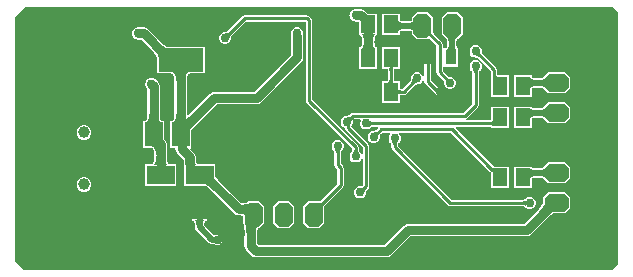
<source format=gbl>
G04*
G04 #@! TF.GenerationSoftware,Altium Limited,Altium Designer,24.3.1 (35)*
G04*
G04 Layer_Physical_Order=2*
G04 Layer_Color=16711680*
%FSLAX44Y44*%
%MOMM*%
G71*
G04*
G04 #@! TF.SameCoordinates,268BF101-0F90-4EF0-BC03-07382AAEC2E5*
G04*
G04*
G04 #@! TF.FilePolarity,Positive*
G04*
G01*
G75*
%ADD16C,0.2540*%
%ADD18R,1.3000X1.6000*%
%ADD20R,0.9500X1.3000*%
%ADD44C,0.5080*%
%ADD45C,0.7620*%
G04:AMPARAMS|DCode=48|XSize=2.032mm|YSize=1.524mm|CornerRadius=0mm|HoleSize=0mm|Usage=FLASHONLY|Rotation=90.000|XOffset=0mm|YOffset=0mm|HoleType=Round|Shape=Octagon|*
%AMOCTAGOND48*
4,1,8,0.3810,1.0160,-0.3810,1.0160,-0.7620,0.6350,-0.7620,-0.6350,-0.3810,-1.0160,0.3810,-1.0160,0.7620,-0.6350,0.7620,0.6350,0.3810,1.0160,0.0*
%
%ADD48OCTAGOND48*%

G04:AMPARAMS|DCode=49|XSize=2.032mm|YSize=1.524mm|CornerRadius=0mm|HoleSize=0mm|Usage=FLASHONLY|Rotation=180.000|XOffset=0mm|YOffset=0mm|HoleType=Round|Shape=Octagon|*
%AMOCTAGOND49*
4,1,8,-1.0160,0.3810,-1.0160,-0.3810,-0.6350,-0.7620,0.6350,-0.7620,1.0160,-0.3810,1.0160,0.3810,0.6350,0.7620,-0.6350,0.7620,-1.0160,0.3810,0.0*
%
%ADD49OCTAGOND49*%

%ADD50C,1.0000*%
%ADD51C,0.7620*%
%ADD52R,1.4986X2.0066*%
%ADD53R,3.8100X2.0066*%
%ADD54R,2.4000X1.6000*%
G36*
X1037540Y896817D02*
Y683063D01*
X1032707Y678230D01*
X534473D01*
X527100Y685603D01*
Y893007D01*
X535743Y901650D01*
X1032707D01*
X1037540Y896817D01*
D02*
G37*
%LPC*%
G36*
X901725Y896620D02*
X892835D01*
X888390Y892175D01*
Y878205D01*
X892446Y874149D01*
X892512Y873930D01*
X892662Y873185D01*
X892851Y871165D01*
X892874Y870035D01*
X892852Y869179D01*
X892784Y868406D01*
X892676Y867758D01*
X892538Y867241D01*
X892383Y866860D01*
X892232Y866611D01*
X892104Y866473D01*
X892000Y866403D01*
X891882Y866361D01*
X891561Y866326D01*
X891496Y866290D01*
X890320D01*
X890280Y866290D01*
X889050Y866386D01*
Y869950D01*
X888853Y870941D01*
X888291Y871781D01*
X882246Y877826D01*
X882197Y877953D01*
X881759Y878407D01*
X881409Y878804D01*
X881128Y879160D01*
X880917Y879467D01*
X880776Y879717D01*
X880770Y879730D01*
Y880796D01*
X880778Y880844D01*
X880770Y880855D01*
Y892175D01*
X876325Y896620D01*
X867435D01*
X862990Y892175D01*
Y890481D01*
X862954Y890415D01*
X862920Y890094D01*
X862879Y889978D01*
X862810Y889875D01*
X862672Y889748D01*
X862424Y889597D01*
X862043Y889442D01*
X861526Y889304D01*
X860878Y889196D01*
X860103Y889128D01*
X859175Y889104D01*
X859108Y889075D01*
X856812D01*
X856745Y889104D01*
X855817Y889128D01*
X855042Y889196D01*
X854394Y889304D01*
X853877Y889442D01*
X853496Y889597D01*
X853248Y889748D01*
X853110Y889875D01*
X853041Y889978D01*
X853000Y890094D01*
X852966Y890415D01*
X852930Y890481D01*
Y895730D01*
X837390D01*
Y877190D01*
X852930D01*
Y879899D01*
X852966Y879965D01*
X853000Y880286D01*
X853041Y880402D01*
X853110Y880505D01*
X853248Y880632D01*
X853496Y880783D01*
X853877Y880938D01*
X854394Y881076D01*
X855042Y881184D01*
X855817Y881252D01*
X856745Y881276D01*
X856812Y881305D01*
X859108D01*
X859175Y881276D01*
X860103Y881252D01*
X860878Y881184D01*
X861526Y881076D01*
X862043Y880938D01*
X862424Y880783D01*
X862672Y880632D01*
X862810Y880505D01*
X862879Y880402D01*
X862920Y880286D01*
X862954Y879965D01*
X862990Y879899D01*
Y878205D01*
X867435Y873760D01*
X876325D01*
X877555Y874990D01*
X877799Y874811D01*
X878097Y874557D01*
X878461Y874209D01*
X878587Y874161D01*
X883870Y868877D01*
Y845820D01*
X884067Y844829D01*
X884629Y843989D01*
X890389Y838228D01*
X890270Y837941D01*
Y835919D01*
X891043Y834052D01*
X892472Y832623D01*
X894340Y831850D01*
X896360D01*
X898228Y832623D01*
X899657Y834052D01*
X900430Y835919D01*
Y837941D01*
X899657Y839808D01*
X898228Y841237D01*
X896360Y842010D01*
X894340D01*
X894052Y841891D01*
X889050Y846893D01*
Y850654D01*
X890280Y850750D01*
X890320Y850750D01*
X902320D01*
Y864681D01*
X902377Y864775D01*
X902350Y864887D01*
X902394Y864994D01*
X902320Y865171D01*
Y866290D01*
X901328D01*
X901234Y866347D01*
X901216Y866350D01*
X901168Y866427D01*
X901057Y866700D01*
X900943Y867121D01*
X900847Y867657D01*
X900721Y869173D01*
X900706Y870018D01*
X900729Y871080D01*
X900799Y872037D01*
X900910Y872844D01*
X901057Y873494D01*
X901149Y873760D01*
X901725D01*
X906170Y878205D01*
Y892175D01*
X901725Y896620D01*
D02*
G37*
G36*
X820040Y899259D02*
X815340D01*
X814840Y899160D01*
X814330D01*
X813858Y898965D01*
X813358Y898865D01*
X812934Y898582D01*
X812462Y898387D01*
X812102Y898026D01*
X811677Y897742D01*
X811394Y897318D01*
X811033Y896958D01*
X810838Y896486D01*
X810555Y896062D01*
X810455Y895562D01*
X810260Y895090D01*
Y894580D01*
X810161Y894080D01*
X810260Y893580D01*
Y893070D01*
X810455Y892598D01*
X810555Y892098D01*
X810838Y891674D01*
X811033Y891202D01*
X811394Y890842D01*
X811677Y890417D01*
X812102Y890134D01*
X812462Y889773D01*
X812934Y889578D01*
X813358Y889295D01*
X813858Y889195D01*
X814330Y889000D01*
X814840D01*
X815340Y888901D01*
X817895D01*
X818390Y888405D01*
Y878793D01*
X818331Y878696D01*
X818357Y878590D01*
X818316Y878491D01*
X818390Y878311D01*
Y877190D01*
X819388D01*
X819485Y877131D01*
X819772Y877088D01*
X819846Y877051D01*
X819981Y876922D01*
X820174Y876623D01*
X820387Y876125D01*
X820585Y875431D01*
X820747Y874569D01*
X820950Y872246D01*
X820951Y872172D01*
X820949Y872082D01*
X820874Y870853D01*
X820751Y869795D01*
X820585Y868914D01*
X820387Y868220D01*
X820174Y867722D01*
X819981Y867423D01*
X819846Y867294D01*
X819772Y867257D01*
X819485Y867214D01*
X819388Y867155D01*
X818390D01*
Y866034D01*
X818316Y865854D01*
X818357Y865755D01*
X818331Y865649D01*
X818390Y865552D01*
Y848615D01*
X833930D01*
Y865552D01*
X833989Y865649D01*
X833963Y865755D01*
X834004Y865854D01*
X833930Y866034D01*
Y867155D01*
X832932D01*
X832834Y867214D01*
X832547Y867257D01*
X832474Y867294D01*
X832339Y867423D01*
X832145Y867722D01*
X831933Y868220D01*
X831735Y868914D01*
X831573Y869776D01*
X831370Y872099D01*
X831369Y872172D01*
X831370Y872263D01*
X831446Y873492D01*
X831569Y874550D01*
X831735Y875431D01*
X831933Y876125D01*
X832145Y876623D01*
X832339Y876922D01*
X832474Y877051D01*
X832547Y877088D01*
X832834Y877131D01*
X832932Y877190D01*
X833930D01*
Y878311D01*
X834004Y878491D01*
X833963Y878590D01*
X833989Y878696D01*
X833930Y878793D01*
Y895730D01*
X825715D01*
X823702Y897742D01*
X822022Y898865D01*
X820040Y899259D01*
D02*
G37*
G36*
X992505Y845820D02*
X978535D01*
X974090Y841375D01*
Y841218D01*
X974043Y841203D01*
X973357Y841057D01*
X971442Y840868D01*
X970282Y840844D01*
X970214Y840815D01*
X968572D01*
X968506Y840844D01*
X967577Y840868D01*
X966802Y840936D01*
X966154Y841044D01*
X965637Y841182D01*
X965257Y841337D01*
X965008Y841488D01*
X964871Y841615D01*
X964801Y841718D01*
X964760Y841834D01*
X964726Y842155D01*
X964690Y842221D01*
Y843660D01*
X949150D01*
Y825120D01*
X964690D01*
Y831639D01*
X964726Y831705D01*
X964760Y832026D01*
X964801Y832142D01*
X964871Y832245D01*
X965008Y832372D01*
X965256Y832523D01*
X965637Y832678D01*
X966154Y832816D01*
X966802Y832924D01*
X967577Y832992D01*
X968506Y833016D01*
X968572Y833045D01*
X970214D01*
X970282Y833016D01*
X971461Y832991D01*
X972472Y832921D01*
X973335Y832807D01*
X974043Y832657D01*
X974090Y832642D01*
Y832485D01*
X978535Y828040D01*
X992505D01*
X996950Y832485D01*
Y841375D01*
X992505Y845820D01*
D02*
G37*
G36*
X852930Y867155D02*
X837390D01*
Y848615D01*
X842368D01*
X842380Y848585D01*
X842430Y848397D01*
X842474Y848129D01*
X842504Y847786D01*
X842516Y847340D01*
X842570Y847217D01*
Y839977D01*
X842516Y839855D01*
X842504Y839408D01*
X842474Y839066D01*
X842430Y838798D01*
X842380Y838610D01*
X842368Y838580D01*
X837390D01*
Y820040D01*
X852930D01*
Y826518D01*
X852960Y826530D01*
X853148Y826580D01*
X853416Y826624D01*
X853759Y826654D01*
X854205Y826666D01*
X854328Y826720D01*
X855980D01*
X856971Y826917D01*
X857811Y827479D01*
X864964Y834631D01*
X865085Y834676D01*
X865303Y834878D01*
X865487Y835022D01*
X865678Y835147D01*
X865876Y835255D01*
X866085Y835346D01*
X866306Y835421D01*
X866543Y835480D01*
X866796Y835523D01*
X867068Y835548D01*
X867404Y835556D01*
X867639Y835660D01*
X868420D01*
X870288Y836433D01*
X871717Y837862D01*
X872490Y839730D01*
X873710Y839609D01*
Y838095D01*
X873907Y837104D01*
X874469Y836264D01*
X883254Y827479D01*
X884094Y826917D01*
X885085Y826720D01*
X886460D01*
X887451Y826917D01*
X888291Y827479D01*
X888853Y828319D01*
X889050Y829310D01*
X888853Y830301D01*
X888291Y831141D01*
X887451Y831703D01*
X886460Y831900D01*
X886158D01*
X878890Y839168D01*
Y858520D01*
X878693Y859511D01*
X878131Y860352D01*
X877291Y860913D01*
X876300Y861110D01*
X875309Y860913D01*
X874469Y860352D01*
X873907Y859511D01*
X873710Y858520D01*
Y841871D01*
X872490Y841750D01*
X871717Y843618D01*
X870288Y845047D01*
X868420Y845820D01*
X866400D01*
X864532Y845047D01*
X863103Y843618D01*
X862330Y841750D01*
Y840969D01*
X862226Y840734D01*
X862218Y840398D01*
X862193Y840126D01*
X862150Y839873D01*
X862091Y839636D01*
X862016Y839415D01*
X861925Y839206D01*
X861817Y839008D01*
X861692Y838817D01*
X861548Y838633D01*
X861346Y838415D01*
X861301Y838294D01*
X854907Y831900D01*
X854328D01*
X854205Y831954D01*
X853759Y831966D01*
X853416Y831996D01*
X853148Y832040D01*
X852961Y832090D01*
X852930Y832102D01*
Y838580D01*
X847952D01*
X847940Y838610D01*
X847890Y838798D01*
X847846Y839066D01*
X847816Y839408D01*
X847804Y839855D01*
X847750Y839978D01*
Y847217D01*
X847804Y847340D01*
X847816Y847786D01*
X847846Y848129D01*
X847890Y848397D01*
X847940Y848585D01*
X847952Y848615D01*
X852930D01*
Y867155D01*
D02*
G37*
G36*
X917951Y868680D02*
X915929D01*
X914062Y867907D01*
X912633Y866478D01*
X911860Y864611D01*
Y862589D01*
X912633Y860722D01*
X914062Y859293D01*
X915929Y858520D01*
X916711D01*
X916946Y858416D01*
X917282Y858408D01*
X917554Y858383D01*
X917807Y858340D01*
X918044Y858281D01*
X918265Y858206D01*
X918474Y858115D01*
X918672Y858007D01*
X918863Y857882D01*
X919047Y857738D01*
X919266Y857536D01*
X919386Y857491D01*
X930100Y846777D01*
Y845032D01*
X930045Y844900D01*
X930046Y844898D01*
X930045Y844897D01*
X930048Y843601D01*
X930052Y843593D01*
X930048Y843584D01*
X930065Y842441D01*
X930081Y842405D01*
X930068Y842368D01*
X930073Y842292D01*
X930100Y842237D01*
Y839620D01*
X930150Y839370D01*
Y825120D01*
X945690D01*
Y843660D01*
X935484D01*
X935470Y843696D01*
X935420Y843883D01*
X935376Y844150D01*
X935346Y844491D01*
X935334Y844935D01*
X935280Y845058D01*
Y847850D01*
X935083Y848841D01*
X934521Y849681D01*
X923049Y861154D01*
X923004Y861274D01*
X922802Y861493D01*
X922658Y861677D01*
X922533Y861868D01*
X922425Y862066D01*
X922334Y862275D01*
X922259Y862496D01*
X922200Y862733D01*
X922157Y862986D01*
X922132Y863258D01*
X922124Y863594D01*
X922020Y863829D01*
Y864611D01*
X921247Y866478D01*
X919818Y867907D01*
X917951Y868680D01*
D02*
G37*
G36*
X992505Y820420D02*
X978535D01*
X974090Y815975D01*
Y815818D01*
X974043Y815803D01*
X973357Y815657D01*
X971442Y815468D01*
X970282Y815444D01*
X970214Y815415D01*
X968582D01*
X968518Y815444D01*
X966738Y815507D01*
X966068Y815578D01*
X965509Y815674D01*
X965084Y815785D01*
X964806Y815893D01*
X964731Y815938D01*
X964690Y816003D01*
Y816990D01*
X963572D01*
X963394Y817064D01*
X963283Y817019D01*
X963166Y817046D01*
X963076Y816990D01*
X949150D01*
Y798450D01*
X964690D01*
Y806236D01*
X964726Y806301D01*
X964761Y806622D01*
X964803Y806740D01*
X964873Y806844D01*
X965012Y806972D01*
X965261Y807123D01*
X965641Y807278D01*
X966158Y807416D01*
X966806Y807524D01*
X967578Y807592D01*
X968506Y807616D01*
X968572Y807645D01*
X970214D01*
X970282Y807616D01*
X971461Y807591D01*
X972472Y807521D01*
X973335Y807408D01*
X974043Y807257D01*
X974090Y807242D01*
Y807085D01*
X978535Y802640D01*
X992505D01*
X996950Y807085D01*
Y815975D01*
X992505Y820420D01*
D02*
G37*
G36*
X774482Y894130D02*
X721360D01*
X720369Y893933D01*
X719529Y893371D01*
X707296Y881139D01*
X707176Y881094D01*
X706957Y880892D01*
X706773Y880748D01*
X706582Y880623D01*
X706384Y880515D01*
X706175Y880424D01*
X705954Y880349D01*
X705717Y880290D01*
X705464Y880247D01*
X705192Y880222D01*
X704856Y880214D01*
X704621Y880110D01*
X703839D01*
X701972Y879337D01*
X700543Y877908D01*
X699770Y876040D01*
Y874019D01*
X700543Y872152D01*
X701972Y870723D01*
X703839Y869950D01*
X705861D01*
X707728Y870723D01*
X709157Y872152D01*
X709930Y874019D01*
Y874800D01*
X710034Y875036D01*
X710042Y875372D01*
X710067Y875644D01*
X710110Y875897D01*
X710169Y876134D01*
X710244Y876355D01*
X710335Y876564D01*
X710443Y876762D01*
X710568Y876953D01*
X710712Y877137D01*
X710914Y877355D01*
X710959Y877476D01*
X722433Y888950D01*
X773380D01*
Y821690D01*
X773577Y820699D01*
X774139Y819859D01*
X812750Y781247D01*
Y780749D01*
X812696Y780632D01*
X812685Y780335D01*
X812656Y780102D01*
X812610Y779880D01*
X812546Y779663D01*
X812462Y779451D01*
X812359Y779242D01*
X812234Y779033D01*
X812085Y778823D01*
X811911Y778614D01*
X811679Y778370D01*
X811586Y778130D01*
X811033Y777578D01*
X810260Y775711D01*
Y773689D01*
X811033Y771822D01*
X812462Y770393D01*
X814330Y769620D01*
X816350D01*
X818218Y770393D01*
X819647Y771822D01*
X820420Y773689D01*
X821640Y773569D01*
Y750373D01*
X821596Y750329D01*
X821476Y750284D01*
X821257Y750082D01*
X821073Y749938D01*
X820882Y749813D01*
X820684Y749705D01*
X820475Y749614D01*
X820254Y749539D01*
X820017Y749480D01*
X819764Y749437D01*
X819492Y749412D01*
X819156Y749404D01*
X818921Y749300D01*
X818139D01*
X816272Y748527D01*
X814843Y747098D01*
X814070Y745230D01*
Y743210D01*
X814843Y741342D01*
X816272Y739913D01*
X818139Y739140D01*
X820161D01*
X822028Y739913D01*
X823457Y741342D01*
X824230Y743210D01*
Y743990D01*
X824334Y744226D01*
X824342Y744562D01*
X824367Y744834D01*
X824410Y745087D01*
X824469Y745324D01*
X824544Y745545D01*
X824635Y745754D01*
X824743Y745952D01*
X824868Y746143D01*
X825012Y746327D01*
X825214Y746545D01*
X825259Y746666D01*
X826061Y747469D01*
X826623Y748309D01*
X826820Y749300D01*
Y783590D01*
X826623Y784581D01*
X826061Y785421D01*
X811253Y800230D01*
Y800259D01*
X812027Y801032D01*
X812800Y802899D01*
Y803680D01*
X812904Y803916D01*
X812912Y804252D01*
X812937Y804524D01*
X812980Y804777D01*
X813039Y805014D01*
X813114Y805235D01*
X813205Y805444D01*
X813313Y805642D01*
X813438Y805833D01*
X813582Y806017D01*
X813784Y806236D01*
X813829Y806356D01*
X813873Y806400D01*
X819147D01*
X819763Y805130D01*
X819150Y803651D01*
Y801629D01*
X819923Y799762D01*
X821352Y798333D01*
X823220Y797560D01*
X825240D01*
X827108Y798333D01*
X827660Y798886D01*
X827900Y798979D01*
X828143Y799211D01*
X828353Y799385D01*
X828563Y799534D01*
X828772Y799659D01*
X828981Y799762D01*
X829193Y799846D01*
X829410Y799910D01*
X829632Y799956D01*
X829865Y799985D01*
X830162Y799996D01*
X830279Y800050D01*
X833962D01*
X834488Y798780D01*
X833026Y797319D01*
X832906Y797274D01*
X832687Y797072D01*
X832503Y796928D01*
X832312Y796803D01*
X832114Y796695D01*
X831905Y796604D01*
X831684Y796529D01*
X831447Y796470D01*
X831194Y796427D01*
X830922Y796402D01*
X830586Y796394D01*
X830350Y796290D01*
X829569D01*
X827702Y795517D01*
X826273Y794088D01*
X825500Y792221D01*
Y790200D01*
X826273Y788332D01*
X827702Y786903D01*
X829569Y786130D01*
X831590D01*
X833458Y786903D01*
X834887Y788332D01*
X835660Y790200D01*
Y790981D01*
X835764Y791216D01*
X835772Y791552D01*
X835797Y791824D01*
X835840Y792077D01*
X835899Y792314D01*
X835974Y792535D01*
X836065Y792744D01*
X836173Y792942D01*
X836298Y793133D01*
X836442Y793317D01*
X836644Y793536D01*
X836689Y793656D01*
X838003Y794970D01*
X844410D01*
X844936Y793700D01*
X844053Y792818D01*
X843280Y790950D01*
Y788930D01*
X844053Y787062D01*
X844606Y786510D01*
X844699Y786270D01*
X844931Y786027D01*
X845105Y785817D01*
X845254Y785607D01*
X845379Y785398D01*
X845482Y785189D01*
X845566Y784977D01*
X845630Y784760D01*
X845676Y784538D01*
X845705Y784305D01*
X845716Y784008D01*
X845770Y783891D01*
Y782320D01*
X845967Y781329D01*
X846529Y780489D01*
X893519Y733499D01*
X894359Y732937D01*
X895350Y732740D01*
X956611D01*
X956728Y732686D01*
X957025Y732675D01*
X957258Y732646D01*
X957480Y732600D01*
X957697Y732536D01*
X957909Y732452D01*
X958118Y732349D01*
X958327Y732224D01*
X958537Y732075D01*
X958746Y731901D01*
X958990Y731669D01*
X959230Y731576D01*
X959782Y731023D01*
X961649Y730250D01*
X963671D01*
X965538Y731023D01*
X966967Y732452D01*
X967740Y734320D01*
Y736340D01*
X966967Y738208D01*
X965538Y739637D01*
X963671Y740410D01*
X961649D01*
X959782Y739637D01*
X959230Y739084D01*
X958990Y738991D01*
X958746Y738759D01*
X958537Y738585D01*
X958327Y738436D01*
X958118Y738311D01*
X957909Y738208D01*
X957697Y738124D01*
X957480Y738060D01*
X957258Y738014D01*
X957025Y737985D01*
X956728Y737974D01*
X956611Y737920D01*
X896423D01*
X850950Y783393D01*
Y783891D01*
X851004Y784008D01*
X851015Y784305D01*
X851044Y784538D01*
X851090Y784760D01*
X851154Y784977D01*
X851238Y785189D01*
X851341Y785398D01*
X851466Y785607D01*
X851615Y785817D01*
X851789Y786027D01*
X852021Y786270D01*
X852114Y786510D01*
X852667Y787062D01*
X853440Y788930D01*
Y790950D01*
X852667Y792818D01*
X851784Y793700D01*
X852310Y794970D01*
X896207D01*
X929359Y761819D01*
X930150Y761290D01*
Y747650D01*
X945690D01*
Y766190D01*
X932940D01*
X932690Y766240D01*
X932263D01*
X899722Y798780D01*
X900248Y800050D01*
X928753D01*
X928875Y799996D01*
X929322Y799984D01*
X929664Y799954D01*
X929932Y799910D01*
X930120Y799860D01*
X930150Y799848D01*
Y798450D01*
X945690D01*
Y816990D01*
X930150D01*
Y805432D01*
X930120Y805420D01*
X929932Y805370D01*
X929664Y805326D01*
X929322Y805296D01*
X928875Y805284D01*
X928753Y805230D01*
X908675D01*
X908550Y806500D01*
X909041Y806597D01*
X909881Y807159D01*
X918771Y816049D01*
X919333Y816889D01*
X919530Y817880D01*
Y844851D01*
X919584Y844968D01*
X919595Y845265D01*
X919624Y845498D01*
X919670Y845720D01*
X919734Y845937D01*
X919818Y846149D01*
X919921Y846358D01*
X920046Y846567D01*
X920195Y846777D01*
X920369Y846986D01*
X920601Y847230D01*
X920694Y847470D01*
X921247Y848022D01*
X922020Y849890D01*
Y851910D01*
X921247Y853778D01*
X919818Y855207D01*
X917951Y855980D01*
X915929D01*
X914062Y855207D01*
X912633Y853778D01*
X911860Y851910D01*
Y849890D01*
X912633Y848022D01*
X913186Y847470D01*
X913279Y847230D01*
X913511Y846986D01*
X913685Y846777D01*
X913834Y846567D01*
X913959Y846358D01*
X914062Y846149D01*
X914146Y845937D01*
X914210Y845720D01*
X914256Y845498D01*
X914285Y845265D01*
X914296Y844968D01*
X914350Y844851D01*
Y818953D01*
X906977Y811580D01*
X812800D01*
X811809Y811383D01*
X810969Y810821D01*
X810166Y810019D01*
X810045Y809974D01*
X809827Y809772D01*
X809643Y809628D01*
X809452Y809503D01*
X809254Y809395D01*
X809045Y809304D01*
X808824Y809229D01*
X808587Y809170D01*
X808334Y809127D01*
X808062Y809102D01*
X807726Y809094D01*
X807490Y808990D01*
X806710D01*
X804842Y808217D01*
X803413Y806788D01*
X802640Y804921D01*
Y802899D01*
X803413Y801032D01*
X804842Y799603D01*
X806087Y799088D01*
X806271Y798166D01*
X806832Y797326D01*
X821640Y782517D01*
Y775831D01*
X820420Y775711D01*
X819647Y777578D01*
X819094Y778130D01*
X819001Y778370D01*
X818769Y778614D01*
X818595Y778823D01*
X818446Y779033D01*
X818321Y779242D01*
X818218Y779451D01*
X818134Y779663D01*
X818070Y779880D01*
X818024Y780102D01*
X817995Y780335D01*
X817984Y780632D01*
X817930Y780749D01*
Y782320D01*
X817733Y783311D01*
X817171Y784151D01*
X778560Y822763D01*
Y890052D01*
X778363Y891043D01*
X777801Y891883D01*
X776313Y893371D01*
X775473Y893933D01*
X774482Y894130D01*
D02*
G37*
G36*
X586717Y801290D02*
X584223D01*
X581918Y800335D01*
X580155Y798572D01*
X579200Y796267D01*
Y793773D01*
X580155Y791468D01*
X581918Y789705D01*
X584223Y788750D01*
X586717D01*
X589022Y789705D01*
X590785Y791468D01*
X591740Y793773D01*
Y796267D01*
X590785Y798572D01*
X589022Y800335D01*
X586717Y801290D01*
D02*
G37*
G36*
X992505Y769620D02*
X978535D01*
X974090Y765175D01*
Y765018D01*
X974043Y765003D01*
X973357Y764857D01*
X971442Y764668D01*
X970282Y764644D01*
X970214Y764615D01*
X968582D01*
X968518Y764644D01*
X966738Y764707D01*
X966068Y764778D01*
X965509Y764874D01*
X965084Y764985D01*
X964806Y765093D01*
X964731Y765138D01*
X964690Y765203D01*
Y766190D01*
X963572D01*
X963394Y766264D01*
X963283Y766218D01*
X963166Y766246D01*
X963076Y766190D01*
X949150D01*
Y747650D01*
X964690D01*
Y755436D01*
X964726Y755501D01*
X964761Y755822D01*
X964803Y755939D01*
X964873Y756044D01*
X965012Y756172D01*
X965261Y756323D01*
X965641Y756478D01*
X966158Y756616D01*
X966806Y756724D01*
X967578Y756792D01*
X968506Y756816D01*
X968572Y756845D01*
X970214D01*
X970282Y756816D01*
X971461Y756791D01*
X972472Y756721D01*
X973335Y756608D01*
X974043Y756457D01*
X974090Y756442D01*
Y756285D01*
X978535Y751840D01*
X992505D01*
X996950Y756285D01*
Y765175D01*
X992505Y769620D01*
D02*
G37*
G36*
X642532Y841389D02*
X642031Y841290D01*
X641521D01*
X641050Y841095D01*
X640549Y840995D01*
X640125Y840712D01*
X639654Y840517D01*
X639293Y840156D01*
X638869Y839873D01*
X638586Y839448D01*
X638225Y839088D01*
X638030Y838616D01*
X637746Y838192D01*
X637647Y837692D01*
X637452Y837221D01*
Y836710D01*
X637352Y836210D01*
X637452Y835710D01*
Y835200D01*
X637647Y834728D01*
X637746Y834228D01*
X638030Y833804D01*
X638225Y833332D01*
X638586Y832972D01*
X638869Y832548D01*
X639118Y832298D01*
Y810988D01*
X639114Y810978D01*
X639078Y809570D01*
X638976Y808367D01*
X638812Y807338D01*
X638593Y806491D01*
X638334Y805830D01*
X638056Y805355D01*
X637780Y805045D01*
X637510Y804857D01*
X637212Y804748D01*
X636685Y804690D01*
X636565Y804624D01*
X635535D01*
Y803502D01*
X635461Y803323D01*
X635491Y803250D01*
X635469Y803173D01*
X635535Y803053D01*
Y782018D01*
X642406D01*
X642471Y781982D01*
X643034Y781921D01*
X643368Y781802D01*
X643663Y781604D01*
X643955Y781287D01*
X644246Y780809D01*
X644515Y780149D01*
X644742Y779303D01*
X644913Y778275D01*
X645019Y777071D01*
X645056Y775662D01*
X645061Y775652D01*
Y774856D01*
X645056Y774846D01*
X645019Y773435D01*
X644913Y772228D01*
X644742Y771199D01*
X644515Y770353D01*
X644246Y769693D01*
X643956Y769216D01*
X643664Y768900D01*
X643370Y768703D01*
X643038Y768586D01*
X642476Y768526D01*
X642409Y768490D01*
X636970D01*
Y749950D01*
X663510D01*
Y768490D01*
X658071D01*
X658005Y768526D01*
X657442Y768586D01*
X657110Y768703D01*
X656816Y768900D01*
X656524Y769216D01*
X656234Y769693D01*
X655965Y770352D01*
X655738Y771199D01*
X655567Y772228D01*
X655461Y773435D01*
X655424Y774846D01*
X655419Y774856D01*
Y775686D01*
X655425Y775698D01*
X655419Y775711D01*
Y775732D01*
X655424Y775744D01*
X655419Y775875D01*
Y784839D01*
X655025Y786821D01*
X653903Y788501D01*
X653061Y789343D01*
Y803053D01*
X653127Y803173D01*
X653105Y803250D01*
X653135Y803323D01*
X653061Y803502D01*
Y804624D01*
X652031D01*
X651910Y804690D01*
X651384Y804748D01*
X651086Y804857D01*
X650816Y805045D01*
X650540Y805355D01*
X650262Y805830D01*
X650003Y806491D01*
X649784Y807338D01*
X649620Y808367D01*
X649518Y809570D01*
X649482Y810978D01*
X649477Y810988D01*
Y834444D01*
X649083Y836426D01*
X647960Y838106D01*
X646194Y839873D01*
X645770Y840156D01*
X645409Y840517D01*
X644938Y840712D01*
X644514Y840995D01*
X644013Y841095D01*
X643542Y841290D01*
X643032D01*
X642532Y841389D01*
D02*
G37*
G36*
X586717Y757290D02*
X584223D01*
X581918Y756335D01*
X580155Y754572D01*
X579200Y752267D01*
Y749773D01*
X580155Y747468D01*
X581918Y745705D01*
X584223Y744750D01*
X586717D01*
X589022Y745705D01*
X590785Y747468D01*
X591740Y749773D01*
Y752267D01*
X590785Y754572D01*
X589022Y756335D01*
X586717Y757290D01*
D02*
G37*
G36*
X801111Y788670D02*
X799090D01*
X797222Y787897D01*
X795793Y786468D01*
X795020Y784601D01*
Y782579D01*
X795793Y780712D01*
X796346Y780160D01*
X796439Y779920D01*
X796671Y779677D01*
X796845Y779467D01*
X796994Y779257D01*
X797119Y779048D01*
X797222Y778839D01*
X797306Y778627D01*
X797370Y778410D01*
X797416Y778187D01*
X797445Y777955D01*
X797456Y777658D01*
X797510Y777541D01*
Y767663D01*
X797707Y766672D01*
X798269Y765831D01*
X800050Y764050D01*
Y751643D01*
X785549Y737141D01*
X785424Y737093D01*
X785100Y736786D01*
X784836Y736564D01*
X784615Y736406D01*
X784491Y736334D01*
X784225Y736600D01*
X775335D01*
X770890Y732155D01*
Y718185D01*
X775335Y713740D01*
X784225D01*
X788670Y718185D01*
Y732155D01*
X788404Y732421D01*
X788476Y732545D01*
X788634Y732766D01*
X788856Y733030D01*
X789163Y733354D01*
X789211Y733479D01*
X804471Y748739D01*
X805033Y749579D01*
X805230Y750570D01*
Y765123D01*
X805033Y766114D01*
X804471Y766954D01*
X802690Y768735D01*
Y777541D01*
X802744Y777658D01*
X802755Y777955D01*
X802784Y778187D01*
X802830Y778410D01*
X802894Y778627D01*
X802978Y778839D01*
X803081Y779048D01*
X803206Y779257D01*
X803355Y779467D01*
X803529Y779677D01*
X803761Y779920D01*
X803854Y780160D01*
X804407Y780712D01*
X805180Y782579D01*
Y784601D01*
X804407Y786468D01*
X802978Y787897D01*
X801111Y788670D01*
D02*
G37*
G36*
X635868Y884019D02*
X631190D01*
X630690Y883920D01*
X630179D01*
X629708Y883725D01*
X629208Y883625D01*
X628784Y883342D01*
X628312Y883147D01*
X627952Y882786D01*
X627528Y882503D01*
X627244Y882078D01*
X626883Y881718D01*
X626688Y881246D01*
X626405Y880822D01*
X626305Y880322D01*
X626110Y879850D01*
Y879340D01*
X626011Y878840D01*
X626110Y878340D01*
Y877830D01*
X626305Y877358D01*
X626405Y876858D01*
X626688Y876434D01*
X626883Y875962D01*
X627244Y875602D01*
X627528Y875178D01*
X627952Y874894D01*
X628312Y874533D01*
X628784Y874338D01*
X629208Y874055D01*
X629708Y873955D01*
X630179Y873760D01*
X630690D01*
X631190Y873661D01*
X633722D01*
X641993Y865389D01*
X641997Y865380D01*
X644764Y862400D01*
X645782Y861128D01*
X646583Y859977D01*
X647092Y859085D01*
Y855718D01*
X647018Y855539D01*
X647061Y855434D01*
X647035Y855325D01*
X647092Y855231D01*
Y845010D01*
X659327D01*
X659393Y844974D01*
X659956Y844914D01*
X660288Y844797D01*
X660582Y844600D01*
X660874Y844284D01*
X661164Y843807D01*
X661433Y843147D01*
X661660Y842301D01*
X661831Y841271D01*
X661937Y840066D01*
X661974Y838654D01*
X661978Y838644D01*
Y810988D01*
X661974Y810978D01*
X661938Y809570D01*
X661836Y808367D01*
X661672Y807338D01*
X661453Y806491D01*
X661194Y805830D01*
X660916Y805355D01*
X660640Y805045D01*
X660370Y804857D01*
X660072Y804748D01*
X659545Y804690D01*
X659425Y804624D01*
X658395D01*
Y803502D01*
X658321Y803323D01*
X658351Y803250D01*
X658329Y803173D01*
X658395Y803053D01*
Y782018D01*
X662840D01*
Y781050D01*
X663235Y779068D01*
X664358Y777387D01*
X669891Y771855D01*
Y763410D01*
X669990Y762910D01*
Y749950D01*
X684194D01*
X684237Y749924D01*
X684348Y749950D01*
X684453Y749906D01*
X684559Y749950D01*
X688018D01*
X688882Y749454D01*
X690019Y748661D01*
X692741Y746354D01*
X694275Y744874D01*
X694286Y744869D01*
X712876Y726279D01*
X714556Y725157D01*
X716489Y724772D01*
X716524Y724757D01*
X717487Y724747D01*
X719066Y724667D01*
X719640Y724603D01*
X720083Y724527D01*
X720090Y724525D01*
Y719151D01*
X720035Y719063D01*
X720043Y719026D01*
X720025Y718992D01*
X720090Y718764D01*
Y718185D01*
X720389Y717886D01*
X720531Y717707D01*
X720694Y717403D01*
X720871Y716934D01*
X721042Y716309D01*
X721196Y715538D01*
X721322Y714651D01*
X721548Y711080D01*
X721564Y709653D01*
X721569Y709641D01*
Y708323D01*
X721261Y706774D01*
Y699154D01*
X721655Y697172D01*
X722777Y695491D01*
X727241Y691028D01*
X728922Y689905D01*
X730904Y689510D01*
X842010D01*
X843992Y689905D01*
X845673Y691028D01*
X861935Y707290D01*
X960120D01*
X962102Y707685D01*
X963783Y708808D01*
X976317Y721342D01*
X976326Y721345D01*
X979312Y724119D01*
X980585Y725140D01*
X981738Y725944D01*
X982602Y726440D01*
X986061D01*
X986167Y726396D01*
X986272Y726440D01*
X986383Y726413D01*
X986426Y726440D01*
X992505D01*
X996950Y730885D01*
Y739775D01*
X992505Y744220D01*
X978535D01*
X974090Y739775D01*
Y738776D01*
X974063Y738733D01*
X974090Y738622D01*
X974046Y738517D01*
X974090Y738411D01*
Y734952D01*
X973594Y734088D01*
X972800Y732951D01*
X970494Y730229D01*
X969014Y728695D01*
X969009Y728684D01*
X957975Y717650D01*
X859790D01*
X857808Y717255D01*
X856127Y716133D01*
X856127Y716132D01*
X839865Y699870D01*
X733049D01*
X731619Y701299D01*
Y705533D01*
X731928Y707082D01*
Y707382D01*
X731933Y707393D01*
X731970Y709229D01*
X732078Y710813D01*
X732255Y712165D01*
X732493Y713276D01*
X732647Y713740D01*
X733425D01*
X737870Y718185D01*
Y732155D01*
X733425Y736600D01*
X724535D01*
X723546Y735611D01*
X723445Y735576D01*
X723031Y735483D01*
X718624Y735181D01*
X701628Y752177D01*
X701625Y752186D01*
X698851Y755172D01*
X697830Y756445D01*
X697026Y757598D01*
X696530Y758463D01*
Y761921D01*
X696574Y762027D01*
X696530Y762132D01*
X696557Y762243D01*
X696530Y762286D01*
Y768490D01*
X682107D01*
X682048Y768524D01*
X681658Y768571D01*
X681487Y768641D01*
X681313Y768773D01*
X681109Y769023D01*
X680890Y769434D01*
X680680Y770017D01*
X680502Y770773D01*
X680367Y771693D01*
X680283Y772770D01*
X680254Y774032D01*
X680234Y774078D01*
X679855Y775982D01*
X678733Y777663D01*
X675469Y780926D01*
X675921Y782018D01*
X675921D01*
Y792239D01*
X675978Y792333D01*
X675952Y792442D01*
X675995Y792547D01*
X675921Y792726D01*
Y796093D01*
X676430Y796984D01*
X677220Y798120D01*
X679520Y800838D01*
X680997Y802368D01*
X681002Y802380D01*
X697673Y819051D01*
X731520D01*
X733502Y819445D01*
X735182Y820567D01*
X769473Y854857D01*
X770595Y856538D01*
X770990Y858520D01*
Y876300D01*
X770752Y877496D01*
X770890Y877830D01*
Y879850D01*
X770117Y881718D01*
X768688Y883147D01*
X766821Y883920D01*
X764799D01*
X762932Y883147D01*
X761503Y881718D01*
X760730Y879850D01*
Y877830D01*
X760868Y877496D01*
X760630Y876300D01*
Y860665D01*
X729375Y829409D01*
X695527D01*
X693545Y829015D01*
X691865Y827893D01*
X673694Y809722D01*
X673685Y809719D01*
X673645Y809682D01*
X672361Y810222D01*
X672342Y810978D01*
X672337Y810988D01*
Y838644D01*
X672342Y838654D01*
X672379Y840066D01*
X672485Y841271D01*
X672656Y842301D01*
X672883Y843147D01*
X673152Y843808D01*
X673442Y844284D01*
X673734Y844600D01*
X674028Y844797D01*
X674360Y844914D01*
X674922Y844974D01*
X674989Y845010D01*
X687732D01*
Y867616D01*
X659477D01*
X659383Y867673D01*
X659273Y867647D01*
X659169Y867690D01*
X658990Y867616D01*
X655622D01*
X654731Y868125D01*
X653595Y868915D01*
X650877Y871215D01*
X649347Y872692D01*
X649336Y872697D01*
X639530Y882503D01*
X637850Y883625D01*
X635868Y884019D01*
D02*
G37*
G36*
X758825Y736600D02*
X749935D01*
X745490Y732155D01*
Y718185D01*
X749935Y713740D01*
X758825D01*
X763270Y718185D01*
Y732155D01*
X758825Y736600D01*
D02*
G37*
G36*
X683260Y733105D02*
X681773Y732809D01*
X680513Y731967D01*
X679671Y730707D01*
X679375Y729220D01*
Y722656D01*
X678180D01*
X677756Y722480D01*
X677316Y722350D01*
X677279Y722282D01*
X677208Y722253D01*
X677032Y721829D01*
X676813Y721426D01*
X676835Y721352D01*
X676805Y721281D01*
X676981Y720857D01*
X677111Y720417D01*
X677178Y720380D01*
X677208Y720309D01*
X677267Y720284D01*
X677267Y720284D01*
X677409Y720226D01*
X677409Y720226D01*
X677409Y720226D01*
X677632Y720133D01*
X678035Y719914D01*
X678356Y719880D01*
X678472Y719839D01*
X678575Y719770D01*
X678702Y719632D01*
X678853Y719384D01*
X679008Y719003D01*
X679146Y718486D01*
X679254Y717838D01*
X679322Y717063D01*
X679346Y716135D01*
X679375Y716068D01*
Y715010D01*
X679671Y713523D01*
X680513Y712263D01*
X691457Y701319D01*
X692717Y700477D01*
X694204Y700181D01*
X696729D01*
X697013Y699991D01*
X698500Y699695D01*
X699987Y699991D01*
X701247Y700833D01*
X702089Y702093D01*
X702385Y703580D01*
X702089Y705067D01*
X701247Y706327D01*
X700761Y706813D01*
X699501Y707655D01*
X698014Y707951D01*
X695813D01*
X687186Y716578D01*
X687198Y717063D01*
X687266Y717838D01*
X687374Y718486D01*
X687512Y719003D01*
X687667Y719384D01*
X687818Y719632D01*
X687945Y719770D01*
X688048Y719839D01*
X688164Y719880D01*
X688485Y719914D01*
X688888Y720133D01*
X689253Y720284D01*
X689253D01*
X689312Y720309D01*
X689342Y720380D01*
X689409Y720417D01*
X689539Y720857D01*
X689715Y721281D01*
X689685Y721352D01*
X689707Y721426D01*
X689488Y721829D01*
X689312Y722253D01*
X689241Y722282D01*
X689204Y722350D01*
X689143Y722368D01*
Y722368D01*
X688995Y722412D01*
X688764Y722480D01*
X688340Y722656D01*
X687145D01*
Y729220D01*
X686849Y730707D01*
X686007Y731967D01*
X684747Y732809D01*
X683260Y733105D01*
D02*
G37*
%LPD*%
G36*
X864321Y880110D02*
X864270Y880593D01*
X864117Y881024D01*
X863861Y881405D01*
X863503Y881736D01*
X863043Y882015D01*
X862481Y882244D01*
X861817Y882421D01*
X861050Y882548D01*
X860182Y882625D01*
X859211Y882650D01*
Y887730D01*
X860182Y887755D01*
X861050Y887832D01*
X861817Y887959D01*
X862481Y888136D01*
X863043Y888365D01*
X863503Y888644D01*
X863861Y888975D01*
X864117Y889356D01*
X864270Y889787D01*
X864321Y890270D01*
Y880110D01*
D02*
G37*
G36*
X851650Y889787D02*
X851803Y889356D01*
X852059Y888975D01*
X852417Y888644D01*
X852877Y888365D01*
X853439Y888136D01*
X854103Y887959D01*
X854870Y887832D01*
X855738Y887755D01*
X856709Y887730D01*
Y882650D01*
X855738Y882625D01*
X854870Y882548D01*
X854103Y882421D01*
X853439Y882244D01*
X852877Y882015D01*
X852417Y881736D01*
X852059Y881405D01*
X851803Y881024D01*
X851650Y880593D01*
X851599Y880110D01*
Y890270D01*
X851650Y889787D01*
D02*
G37*
G36*
X879335Y880301D02*
X879293Y880043D01*
X879314Y879758D01*
X879397Y879445D01*
X879542Y879105D01*
X879750Y878738D01*
X880021Y878344D01*
X880353Y877923D01*
X880749Y877475D01*
X881206Y877000D01*
X879410Y875204D01*
X879018Y875578D01*
X878653Y875889D01*
X878315Y876138D01*
X878003Y876324D01*
X877718Y876447D01*
X877460Y876507D01*
X877228Y876506D01*
X877024Y876441D01*
X876846Y876313D01*
X876695Y876123D01*
X879439Y880533D01*
X879335Y880301D01*
D02*
G37*
G36*
X901849Y875877D02*
X901370Y875862D01*
X900942Y875719D01*
X900564Y875449D01*
X900237Y875051D01*
X899960Y874525D01*
X899733Y873872D01*
X899557Y873090D01*
X899431Y872181D01*
X899355Y871145D01*
X899331Y870020D01*
X899347Y869104D01*
X899482Y867479D01*
X899600Y866818D01*
X899752Y866260D01*
X899938Y865802D01*
X900158Y865447D01*
X900411Y865193D01*
X900698Y865040D01*
X901020Y864989D01*
X891710Y864959D01*
X892193Y865012D01*
X892625Y865166D01*
X893006Y865423D01*
X893336Y865781D01*
X893615Y866241D01*
X893844Y866803D01*
X894022Y867467D01*
X894148Y868232D01*
X894225Y869100D01*
X894249Y870031D01*
X894225Y871243D01*
X894023Y873385D01*
X893847Y874265D01*
X893620Y875016D01*
X893343Y875640D01*
X893016Y876136D01*
X892638Y876504D01*
X892210Y876745D01*
X891732Y876857D01*
X901849Y875877D01*
D02*
G37*
G36*
X832124Y878414D02*
X831672Y878186D01*
X831273Y877805D01*
X830927Y877271D01*
X830635Y876585D01*
X830395Y875747D01*
X830209Y874757D01*
X830076Y873614D01*
X829996Y872318D01*
X829994Y872172D01*
X829996Y872027D01*
X830209Y869588D01*
X830395Y868598D01*
X830635Y867759D01*
X830927Y867074D01*
X831273Y866540D01*
X831672Y866159D01*
X832124Y865931D01*
X832629Y865854D01*
X819690D01*
X820196Y865931D01*
X820648Y866159D01*
X821047Y866540D01*
X821393Y867074D01*
X821685Y867759D01*
X821924Y868598D01*
X822111Y869588D01*
X822243Y870731D01*
X822323Y872027D01*
X822326Y872172D01*
X822323Y872318D01*
X822111Y874757D01*
X821924Y875747D01*
X821685Y876585D01*
X821393Y877271D01*
X821047Y877805D01*
X820648Y878186D01*
X820196Y878414D01*
X819690Y878491D01*
X832629D01*
X832124Y878414D01*
D02*
G37*
G36*
X976697Y831872D02*
X976633Y832350D01*
X976442Y832778D01*
X976123Y833156D01*
X975675Y833483D01*
X975101Y833760D01*
X974398Y833987D01*
X973568Y834163D01*
X972610Y834289D01*
X971524Y834365D01*
X970311Y834390D01*
Y839470D01*
X971524Y839495D01*
X973568Y839697D01*
X974398Y839873D01*
X975101Y840100D01*
X975675Y840377D01*
X976123Y840704D01*
X976442Y841082D01*
X976633Y841510D01*
X976697Y841988D01*
Y831872D01*
D02*
G37*
G36*
X963410Y841527D02*
X963564Y841096D01*
X963819Y840715D01*
X964177Y840384D01*
X964637Y840105D01*
X965199Y839876D01*
X965863Y839699D01*
X966630Y839572D01*
X967499Y839495D01*
X968470Y839470D01*
Y834390D01*
X967499Y834365D01*
X966630Y834288D01*
X965863Y834161D01*
X965199Y833984D01*
X964637Y833755D01*
X964177Y833476D01*
X963819Y833145D01*
X963564Y832764D01*
X963410Y832333D01*
X963359Y831850D01*
Y842010D01*
X963410Y841527D01*
D02*
G37*
G36*
X847459Y849920D02*
X847243Y849843D01*
X847052Y849715D01*
X846887Y849535D01*
X846747Y849303D01*
X846633Y849021D01*
X846544Y848686D01*
X846481Y848301D01*
X846443Y847864D01*
X846430Y847375D01*
X843890D01*
X843877Y847864D01*
X843839Y848301D01*
X843776Y848686D01*
X843687Y849021D01*
X843572Y849303D01*
X843433Y849535D01*
X843268Y849715D01*
X843077Y849843D01*
X842861Y849920D01*
X842620Y849946D01*
X847700D01*
X847459Y849920D01*
D02*
G37*
G36*
X846443Y839331D02*
X846481Y838894D01*
X846544Y838509D01*
X846633Y838174D01*
X846747Y837892D01*
X846887Y837660D01*
X847052Y837480D01*
X847243Y837352D01*
X847459Y837275D01*
X847700Y837249D01*
X842620D01*
X842861Y837275D01*
X843077Y837352D01*
X843268Y837480D01*
X843433Y837660D01*
X843572Y837892D01*
X843687Y838174D01*
X843776Y838509D01*
X843839Y838894D01*
X843877Y839331D01*
X843890Y839819D01*
X846430D01*
X846443Y839331D01*
D02*
G37*
G36*
X867372Y836930D02*
X866988Y836921D01*
X866617Y836887D01*
X866261Y836826D01*
X865918Y836740D01*
X865589Y836629D01*
X865274Y836491D01*
X864972Y836329D01*
X864685Y836140D01*
X864411Y835926D01*
X864152Y835686D01*
X862355Y837482D01*
X862596Y837741D01*
X862810Y838015D01*
X862999Y838302D01*
X863161Y838604D01*
X863299Y838919D01*
X863410Y839248D01*
X863496Y839591D01*
X863557Y839947D01*
X863591Y840318D01*
X863600Y840702D01*
X867372Y836930D01*
D02*
G37*
G36*
X851625Y831609D02*
X851702Y831393D01*
X851831Y831202D01*
X852010Y831037D01*
X852242Y830898D01*
X852524Y830783D01*
X852859Y830694D01*
X853244Y830631D01*
X853681Y830593D01*
X854170Y830580D01*
Y828040D01*
X853681Y828027D01*
X853244Y827989D01*
X852859Y827926D01*
X852524Y827837D01*
X852242Y827722D01*
X852010Y827583D01*
X851831Y827418D01*
X851702Y827227D01*
X851625Y827011D01*
X851599Y826770D01*
Y831850D01*
X851625Y831609D01*
D02*
G37*
G36*
X920759Y863178D02*
X920793Y862807D01*
X920854Y862450D01*
X920940Y862108D01*
X921051Y861779D01*
X921189Y861464D01*
X921351Y861162D01*
X921540Y860875D01*
X921755Y860601D01*
X921994Y860342D01*
X920198Y858546D01*
X919939Y858785D01*
X919665Y859000D01*
X919378Y859189D01*
X919076Y859352D01*
X918761Y859489D01*
X918432Y859600D01*
X918090Y859686D01*
X917733Y859747D01*
X917362Y859781D01*
X916978Y859790D01*
X920750Y863562D01*
X920759Y863178D01*
D02*
G37*
G36*
X933973Y844413D02*
X934011Y843977D01*
X934074Y843593D01*
X934163Y843259D01*
X934278Y842977D01*
X934417Y842745D01*
X934582Y842565D01*
X934773Y842435D01*
X934989Y842357D01*
X935230Y842329D01*
X931451Y842359D01*
X931445Y842385D01*
X931440Y842461D01*
X931423Y843604D01*
X931420Y844900D01*
X933960D01*
X933973Y844413D01*
D02*
G37*
G36*
X976697Y806472D02*
X976633Y806950D01*
X976442Y807378D01*
X976123Y807756D01*
X975675Y808083D01*
X975101Y808360D01*
X974398Y808587D01*
X973568Y808763D01*
X972610Y808889D01*
X971524Y808965D01*
X970311Y808990D01*
Y814070D01*
X971524Y814095D01*
X973568Y814297D01*
X974398Y814473D01*
X975101Y814700D01*
X975675Y814977D01*
X976123Y815304D01*
X976442Y815682D01*
X976633Y816110D01*
X976697Y816588D01*
Y806472D01*
D02*
G37*
G36*
X963440Y815382D02*
X963593Y815107D01*
X963847Y814864D01*
X964202Y814653D01*
X964660Y814475D01*
X965218Y814329D01*
X965879Y814216D01*
X966641Y814135D01*
X968470Y814070D01*
Y808990D01*
X967500Y808965D01*
X966633Y808888D01*
X965867Y808761D01*
X965203Y808584D01*
X964641Y808355D01*
X964181Y808076D01*
X963823Y807745D01*
X963566Y807364D01*
X963412Y806933D01*
X963359Y806450D01*
X963390Y815689D01*
X963440Y815382D01*
D02*
G37*
G36*
X709904Y878288D02*
X709665Y878029D01*
X709450Y877755D01*
X709261Y877468D01*
X709099Y877166D01*
X708961Y876851D01*
X708850Y876522D01*
X708764Y876180D01*
X708703Y875823D01*
X708669Y875452D01*
X708660Y875068D01*
X704888Y878840D01*
X705272Y878849D01*
X705643Y878883D01*
X706000Y878944D01*
X706342Y879030D01*
X706671Y879141D01*
X706986Y879278D01*
X707288Y879442D01*
X707575Y879630D01*
X707849Y879845D01*
X708108Y880085D01*
X709904Y878288D01*
D02*
G37*
G36*
X919342Y847901D02*
X919104Y847615D01*
X918895Y847320D01*
X918713Y847017D01*
X918559Y846705D01*
X918434Y846385D01*
X918336Y846057D01*
X918266Y845720D01*
X918224Y845375D01*
X918210Y845022D01*
X915670D01*
X915656Y845375D01*
X915614Y845720D01*
X915544Y846057D01*
X915446Y846385D01*
X915321Y846705D01*
X915167Y847017D01*
X914986Y847320D01*
X914776Y847615D01*
X914538Y847901D01*
X914273Y848179D01*
X919607D01*
X919342Y847901D01*
D02*
G37*
G36*
X812775Y807168D02*
X812534Y806909D01*
X812320Y806635D01*
X812132Y806348D01*
X811969Y806046D01*
X811831Y805731D01*
X811720Y805402D01*
X811634Y805060D01*
X811573Y804703D01*
X811539Y804332D01*
X811530Y803948D01*
X807758Y807720D01*
X808142Y807729D01*
X808513Y807763D01*
X808869Y807824D01*
X809212Y807910D01*
X809541Y808021D01*
X809856Y808158D01*
X810158Y808322D01*
X810445Y808510D01*
X810719Y808725D01*
X810978Y808964D01*
X812775Y807168D01*
D02*
G37*
G36*
X931481Y800100D02*
X931455Y800341D01*
X931378Y800557D01*
X931250Y800748D01*
X931070Y800913D01*
X930838Y801052D01*
X930556Y801167D01*
X930221Y801256D01*
X929836Y801319D01*
X929399Y801357D01*
X928911Y801370D01*
Y803910D01*
X929399Y803923D01*
X929836Y803961D01*
X930221Y804024D01*
X930556Y804113D01*
X930838Y804228D01*
X931070Y804367D01*
X931250Y804532D01*
X931378Y804723D01*
X931455Y804939D01*
X931481Y805180D01*
Y800100D01*
D02*
G37*
G36*
X827229Y805042D02*
X827515Y804804D01*
X827810Y804594D01*
X828113Y804413D01*
X828425Y804259D01*
X828745Y804134D01*
X829073Y804036D01*
X829410Y803966D01*
X829755Y803924D01*
X830108Y803910D01*
Y801370D01*
X829755Y801356D01*
X829410Y801314D01*
X829073Y801244D01*
X828745Y801146D01*
X828425Y801021D01*
X828113Y800867D01*
X827810Y800686D01*
X827515Y800476D01*
X827229Y800238D01*
X826951Y799973D01*
Y805307D01*
X827229Y805042D01*
D02*
G37*
G36*
X835635Y794468D02*
X835395Y794209D01*
X835180Y793935D01*
X834992Y793648D01*
X834828Y793346D01*
X834691Y793031D01*
X834580Y792702D01*
X834494Y792359D01*
X834433Y792003D01*
X834399Y791632D01*
X834390Y791248D01*
X830618Y795020D01*
X831002Y795029D01*
X831373Y795063D01*
X831730Y795124D01*
X832072Y795210D01*
X832401Y795321D01*
X832716Y795459D01*
X833018Y795621D01*
X833305Y795810D01*
X833579Y796024D01*
X833838Y796264D01*
X835635Y794468D01*
D02*
G37*
G36*
X850762Y786941D02*
X850524Y786655D01*
X850314Y786360D01*
X850133Y786057D01*
X849979Y785745D01*
X849854Y785425D01*
X849756Y785097D01*
X849686Y784760D01*
X849644Y784415D01*
X849630Y784062D01*
X847090D01*
X847076Y784415D01*
X847034Y784760D01*
X846964Y785097D01*
X846867Y785425D01*
X846741Y785745D01*
X846587Y786057D01*
X846405Y786360D01*
X846196Y786655D01*
X845958Y786941D01*
X845693Y787219D01*
X851027D01*
X850762Y786941D01*
D02*
G37*
G36*
X816624Y780225D02*
X816666Y779880D01*
X816736Y779543D01*
X816833Y779215D01*
X816959Y778895D01*
X817113Y778583D01*
X817294Y778280D01*
X817504Y777985D01*
X817742Y777699D01*
X818007Y777421D01*
X812673D01*
X812938Y777699D01*
X813176Y777985D01*
X813385Y778280D01*
X813567Y778583D01*
X813721Y778895D01*
X813847Y779215D01*
X813944Y779543D01*
X814014Y779880D01*
X814056Y780225D01*
X814070Y780578D01*
X816610D01*
X816624Y780225D01*
D02*
G37*
G36*
X824204Y747478D02*
X823964Y747219D01*
X823750Y746945D01*
X823561Y746658D01*
X823399Y746356D01*
X823261Y746041D01*
X823150Y745712D01*
X823064Y745369D01*
X823003Y745013D01*
X822969Y744642D01*
X822960Y744258D01*
X819188Y748030D01*
X819572Y748039D01*
X819943Y748073D01*
X820300Y748134D01*
X820642Y748220D01*
X820971Y748331D01*
X821286Y748468D01*
X821588Y748632D01*
X821875Y748820D01*
X822149Y749035D01*
X822408Y749275D01*
X824204Y747478D01*
D02*
G37*
G36*
X959939Y732663D02*
X959661Y732928D01*
X959375Y733166D01*
X959080Y733375D01*
X958777Y733557D01*
X958465Y733711D01*
X958145Y733837D01*
X957817Y733934D01*
X957480Y734004D01*
X957135Y734046D01*
X956782Y734060D01*
Y736600D01*
X957135Y736614D01*
X957480Y736656D01*
X957817Y736726D01*
X958145Y736824D01*
X958465Y736949D01*
X958777Y737103D01*
X959080Y737284D01*
X959375Y737494D01*
X959661Y737732D01*
X959939Y737997D01*
Y732663D01*
D02*
G37*
G36*
X976697Y755672D02*
X976633Y756150D01*
X976442Y756578D01*
X976123Y756956D01*
X975675Y757283D01*
X975101Y757560D01*
X974398Y757787D01*
X973568Y757963D01*
X972610Y758089D01*
X971524Y758165D01*
X970311Y758190D01*
Y763270D01*
X971524Y763295D01*
X973568Y763497D01*
X974398Y763673D01*
X975101Y763900D01*
X975675Y764177D01*
X976123Y764504D01*
X976442Y764882D01*
X976633Y765310D01*
X976697Y765788D01*
Y755672D01*
D02*
G37*
G36*
X963440Y764582D02*
X963593Y764306D01*
X963847Y764063D01*
X964202Y763853D01*
X964660Y763675D01*
X965218Y763529D01*
X965879Y763416D01*
X966641Y763335D01*
X968470Y763270D01*
Y758190D01*
X967500Y758165D01*
X966633Y758088D01*
X965867Y757961D01*
X965203Y757784D01*
X964641Y757555D01*
X964181Y757276D01*
X963823Y756945D01*
X963566Y756564D01*
X963412Y756133D01*
X963359Y755650D01*
X963390Y764890D01*
X963440Y764582D01*
D02*
G37*
G36*
X648144Y809495D02*
X648254Y808200D01*
X648437Y807057D01*
X648692Y806067D01*
X649021Y805228D01*
X649423Y804542D01*
X649898Y804009D01*
X650445Y803628D01*
X651067Y803400D01*
X651760Y803323D01*
X636835D01*
X637529Y803400D01*
X638150Y803628D01*
X638698Y804009D01*
X639173Y804542D01*
X639575Y805228D01*
X639903Y806067D01*
X640159Y807057D01*
X640342Y808200D01*
X640451Y809495D01*
X640488Y810943D01*
X648108D01*
X648144Y809495D01*
D02*
G37*
G36*
X651760Y783318D02*
X652196Y783242D01*
X652585Y783013D01*
X652928Y782632D01*
X653226Y782099D01*
X653478Y781413D01*
X653684Y780575D01*
X653844Y779584D01*
X653958Y778441D01*
X654050Y775698D01*
X646430D01*
X646392Y777150D01*
X646278Y778448D01*
X646087Y779595D01*
X645820Y780588D01*
X645478Y781430D01*
X645058Y782119D01*
X644563Y782655D01*
X643992Y783039D01*
X643344Y783270D01*
X642620Y783349D01*
X651760Y783318D01*
D02*
G37*
G36*
X654088Y773356D02*
X654202Y772056D01*
X654393Y770908D01*
X654660Y769913D01*
X655003Y769072D01*
X655422Y768383D01*
X655917Y767848D01*
X656488Y767465D01*
X657136Y767236D01*
X657860Y767159D01*
X642620D01*
X643344Y767236D01*
X643992Y767465D01*
X644563Y767848D01*
X645058Y768383D01*
X645478Y769072D01*
X645820Y769913D01*
X646087Y770908D01*
X646278Y772056D01*
X646392Y773356D01*
X646430Y774810D01*
X654050D01*
X654088Y773356D01*
D02*
G37*
G36*
X802502Y780591D02*
X802264Y780305D01*
X802055Y780010D01*
X801873Y779707D01*
X801719Y779395D01*
X801593Y779075D01*
X801496Y778747D01*
X801426Y778410D01*
X801384Y778065D01*
X801370Y777712D01*
X798830D01*
X798816Y778065D01*
X798774Y778410D01*
X798704Y778747D01*
X798606Y779075D01*
X798481Y779395D01*
X798327Y779707D01*
X798146Y780010D01*
X797936Y780305D01*
X797698Y780591D01*
X797433Y780869D01*
X802767D01*
X802502Y780591D01*
D02*
G37*
G36*
X788166Y734300D02*
X787830Y733946D01*
X787548Y733610D01*
X787320Y733292D01*
X787147Y732993D01*
X787028Y732712D01*
X786963Y732450D01*
X786952Y732206D01*
X786996Y731981D01*
X787094Y731773D01*
X787247Y731584D01*
X783654Y735177D01*
X783843Y735024D01*
X784051Y734926D01*
X784276Y734882D01*
X784520Y734893D01*
X784782Y734958D01*
X785063Y735077D01*
X785362Y735250D01*
X785680Y735478D01*
X786016Y735760D01*
X786370Y736096D01*
X788166Y734300D01*
D02*
G37*
G36*
X649955Y870195D02*
X652757Y867824D01*
X653996Y866962D01*
X655128Y866315D01*
X656151Y865884D01*
X657067Y865669D01*
X657876D01*
X658576Y865884D01*
X659169Y866315D01*
X648392Y855539D01*
X648823Y856132D01*
X649039Y856832D01*
Y857640D01*
X648823Y858556D01*
X648392Y859580D01*
X647746Y860712D01*
X646884Y861951D01*
X645806Y863298D01*
X643004Y866315D01*
X648392Y871703D01*
X649955Y870195D01*
D02*
G37*
G36*
X674054Y846264D02*
X673406Y846035D01*
X672835Y845652D01*
X672339Y845117D01*
X671920Y844428D01*
X671578Y843587D01*
X671311Y842592D01*
X671120Y841444D01*
X671006Y840144D01*
X670968Y838690D01*
X663348D01*
X663310Y840144D01*
X663195Y841444D01*
X663005Y842592D01*
X662738Y843587D01*
X662395Y844428D01*
X661976Y845117D01*
X661481Y845652D01*
X660910Y846035D01*
X660262Y846264D01*
X659538Y846341D01*
X674778D01*
X674054Y846264D01*
D02*
G37*
G36*
X671004Y809495D02*
X671114Y808200D01*
X671297Y807057D01*
X671552Y806067D01*
X671611Y805917D01*
X674620Y808711D01*
X680009Y803323D01*
X678500Y801761D01*
X676129Y798959D01*
X675267Y797720D01*
X674620Y796588D01*
X674189Y795564D01*
X673974Y794648D01*
Y793840D01*
X674189Y793140D01*
X674620Y792547D01*
X663844Y803323D01*
X659695D01*
X660389Y803400D01*
X661010Y803628D01*
X661558Y804009D01*
X662033Y804542D01*
X662435Y805228D01*
X662764Y806067D01*
X663019Y807057D01*
X663202Y808200D01*
X663311Y809495D01*
X663348Y810943D01*
X670968D01*
X671004Y809495D01*
D02*
G37*
G36*
X678910Y772702D02*
X679000Y771540D01*
X679150Y770515D01*
X679360Y769626D01*
X679630Y768874D01*
X679960Y768258D01*
X680350Y767779D01*
X680800Y767436D01*
X681310Y767229D01*
X681880Y767159D01*
X671291Y767190D01*
X671260Y774000D01*
X678880D01*
X678910Y772702D01*
D02*
G37*
G36*
X694771Y761437D02*
X694559Y760739D01*
X694562Y759932D01*
X694780Y759017D01*
X695214Y757993D01*
X695864Y756862D01*
X696729Y755621D01*
X697810Y754273D01*
X700618Y751251D01*
X695229Y745863D01*
X693664Y747374D01*
X690859Y749751D01*
X689619Y750616D01*
X688487Y751266D01*
X687463Y751700D01*
X686548Y751919D01*
X685742Y751922D01*
X685043Y751709D01*
X684453Y751281D01*
X695199Y762027D01*
X694771Y761437D01*
D02*
G37*
G36*
X986167Y727771D02*
X985577Y728199D01*
X984878Y728411D01*
X984072Y728408D01*
X983157Y728190D01*
X982133Y727756D01*
X981002Y727106D01*
X979761Y726241D01*
X978413Y725160D01*
X975390Y722352D01*
X970002Y727740D01*
X971514Y729306D01*
X973891Y732111D01*
X974756Y733352D01*
X975406Y734483D01*
X975840Y735507D01*
X976058Y736422D01*
X976061Y737228D01*
X975849Y737927D01*
X975421Y738517D01*
X986167Y727771D01*
D02*
G37*
G36*
X721421Y725090D02*
X721436Y725288D01*
X721339Y725465D01*
X721130Y725621D01*
X720809Y725757D01*
X720377Y725871D01*
X719833Y725965D01*
X719177Y726038D01*
X717530Y726121D01*
X716538Y726132D01*
Y733752D01*
X718027Y733762D01*
X723229Y734119D01*
X723821Y734252D01*
X724264Y734405D01*
X724557Y734578D01*
X724701Y734772D01*
X721421Y725090D01*
D02*
G37*
G36*
X734347Y716655D02*
X733627Y716678D01*
X732983Y716490D01*
X732414Y716092D01*
X731922Y715484D01*
X731505Y714665D01*
X731164Y713637D01*
X730899Y712398D01*
X730710Y710949D01*
X730596Y709290D01*
X730558Y707421D01*
X722938Y709668D01*
X722923Y711131D01*
X722691Y714792D01*
X722551Y715770D01*
X722381Y716626D01*
X722180Y717360D01*
X721948Y717973D01*
X721684Y718465D01*
X721391Y718835D01*
X734347Y716655D01*
D02*
G37*
%LPC*%
G36*
X667885Y803323D02*
X663844D01*
X664437Y802892D01*
X665137Y802677D01*
X665946D01*
X666861Y802892D01*
X667885Y803323D01*
D02*
G37*
%LPD*%
G36*
X687857Y721230D02*
X687426Y721077D01*
X687045Y720821D01*
X686714Y720463D01*
X686435Y720003D01*
X686206Y719441D01*
X686029Y718777D01*
X685902Y718010D01*
X685825Y717141D01*
X685800Y716171D01*
X680720D01*
X680695Y717141D01*
X680618Y718010D01*
X680491Y718777D01*
X680314Y719441D01*
X680085Y720003D01*
X679806Y720463D01*
X679475Y720821D01*
X679094Y721077D01*
X678663Y721230D01*
X678180Y721281D01*
X688340D01*
X687857Y721230D01*
D02*
G37*
D16*
X855980Y829310D02*
X867410Y840740D01*
X876300Y838095D02*
X885085Y829310D01*
X876300Y838095D02*
Y858520D01*
X885085Y829310D02*
X886460D01*
Y845820D02*
X895350Y836930D01*
X886460Y845820D02*
Y869950D01*
X800100Y767663D02*
Y783590D01*
Y767663D02*
X802640Y765123D01*
Y750570D02*
Y765123D01*
X779780Y727710D02*
X802640Y750570D01*
X932690Y763650D02*
X937920Y758420D01*
X931190Y763650D02*
X932690D01*
X897280Y797560D02*
X931190Y763650D01*
X937920Y756920D02*
Y758420D01*
X836930Y797560D02*
X897280D01*
X830580Y791210D02*
X836930Y797560D01*
X808663Y799157D02*
Y802967D01*
Y799157D02*
X824230Y783590D01*
X807720Y803910D02*
X808663Y802967D01*
X824230Y749300D02*
Y783590D01*
X775970Y821690D02*
X815340Y782320D01*
Y774700D02*
Y782320D01*
X932840Y802640D02*
X937920Y807720D01*
X824230Y802640D02*
X932840D01*
X908050Y808990D02*
X916940Y817880D01*
X812800Y808990D02*
X908050D01*
X807720Y803910D02*
X812800Y808990D01*
X848360Y782320D02*
Y789940D01*
Y782320D02*
X895350Y735330D01*
X819150Y744220D02*
X824230Y749300D01*
X916940Y863600D02*
X932690Y847850D01*
Y839620D02*
X937920Y834390D01*
X932690Y839620D02*
Y847850D01*
X916940Y817880D02*
Y850900D01*
X845160Y829310D02*
Y857885D01*
Y829310D02*
X845160Y829310D01*
X855980D01*
X895350Y735330D02*
X962660D01*
X871880Y884530D02*
X886460Y869950D01*
X871880Y884530D02*
Y885190D01*
X721360Y891540D02*
X774482D01*
X704850Y875030D02*
X721360Y891540D01*
X775970Y821690D02*
Y890052D01*
X774482Y891540D02*
X775970Y890052D01*
X779780Y725170D02*
Y727710D01*
D18*
X956920Y756920D02*
D03*
X937920D02*
D03*
X956920Y834390D02*
D03*
X937920D02*
D03*
X956920Y807720D02*
D03*
X937920D02*
D03*
X826160Y829310D02*
D03*
X845160D02*
D03*
X845160Y857885D02*
D03*
X826160D02*
D03*
X845160Y886460D02*
D03*
X826160D02*
D03*
D20*
X896300Y858520D02*
D03*
X876300Y858520D02*
D03*
D44*
X896790Y884700D02*
X897280Y885190D01*
X896790Y859010D02*
Y884700D01*
X896300Y858520D02*
X896790Y859010D01*
X845160Y886460D02*
X846430Y885190D01*
X871880D01*
X956920Y834390D02*
X959460Y836930D01*
X985520D01*
X960730Y811530D02*
X985520D01*
X956920Y807720D02*
X960730Y811530D01*
Y760730D02*
X985520D01*
X956920Y756920D02*
X960730Y760730D01*
X694204Y704066D02*
X698014D01*
X683260Y715010D02*
X694204Y704066D01*
X698014D02*
X698500Y703580D01*
X683260Y715010D02*
Y729220D01*
D45*
X644298Y793321D02*
Y834444D01*
X642532Y836210D02*
X644298Y834444D01*
X695527Y824230D02*
X731520D01*
X667158Y795861D02*
X695527Y824230D01*
X731520D02*
X765810Y858520D01*
X667158Y793321D02*
Y795861D01*
X820040Y894080D02*
X826160Y887960D01*
X815340Y894080D02*
X820040D01*
X826160Y886460D02*
Y887960D01*
Y857885D02*
Y886460D01*
X726748Y722938D02*
X728980Y725170D01*
X726748Y707082D02*
Y722938D01*
X726440Y699154D02*
X730904Y694690D01*
X842010D01*
X726440Y706774D02*
X726748Y707082D01*
X726440Y699154D02*
Y706774D01*
X859790Y712470D02*
X886460D01*
X842010Y694690D02*
X859790Y712470D01*
X960120D02*
X982980Y735330D01*
X886460Y712470D02*
X960120D01*
X765810Y858520D02*
Y876300D01*
X982980Y735330D02*
X985520D01*
X687260Y759220D02*
X716538Y729942D01*
X725170D01*
X683260Y759220D02*
X687260D01*
X725170Y729942D02*
X728980Y726132D01*
Y725170D02*
Y726132D01*
X667158Y793321D02*
X668020Y792459D01*
Y781050D02*
Y792459D01*
X675070Y763410D02*
Y774000D01*
X668020Y781050D02*
X675070Y774000D01*
X679260Y759220D02*
X683260D01*
X675070Y763410D02*
X679260Y759220D01*
X667158Y795861D02*
Y856059D01*
X631190Y878840D02*
X635868D01*
X658395Y856313D02*
X667412D01*
X635868Y878840D02*
X658395Y856313D01*
X667158Y856059D02*
X667412Y856313D01*
X650240Y759220D02*
Y784839D01*
X644298Y790781D02*
X650240Y784839D01*
X644298Y790781D02*
Y793321D01*
D48*
X871880Y885190D02*
D03*
X897280D02*
D03*
X805180Y725170D02*
D03*
X779780D02*
D03*
X754380D02*
D03*
X728980D02*
D03*
D49*
X985520Y836930D02*
D03*
Y811530D02*
D03*
Y786130D02*
D03*
Y760730D02*
D03*
Y735330D02*
D03*
D50*
X585470Y751020D02*
D03*
Y795020D02*
D03*
D51*
X596900Y754380D02*
D03*
X541020Y791210D02*
D03*
X598170Y801370D02*
D03*
X867410Y840740D02*
D03*
X886460Y829310D02*
D03*
X895350Y836930D02*
D03*
X642532Y836210D02*
D03*
X1017270Y871220D02*
D03*
X561340Y881380D02*
D03*
X718820Y824230D02*
D03*
X800100Y783590D02*
D03*
X830580Y791210D02*
D03*
X815340Y774700D02*
D03*
X824230Y802640D02*
D03*
X848360Y789940D02*
D03*
X916940Y863600D02*
D03*
Y850900D02*
D03*
X807720Y803910D02*
D03*
X962660Y735330D02*
D03*
X815340Y894080D02*
D03*
X819150Y744220D02*
D03*
X886460Y712470D02*
D03*
X704850Y875030D02*
D03*
X765810Y878840D02*
D03*
X698500Y703580D02*
D03*
X631190Y878840D02*
D03*
X618490Y701040D02*
D03*
D52*
X690018Y793321D02*
D03*
X667158D02*
D03*
X644298D02*
D03*
D53*
X667412Y856313D02*
D03*
D54*
X683260Y729220D02*
D03*
Y759220D02*
D03*
X650240Y729220D02*
D03*
Y759220D02*
D03*
M02*

</source>
